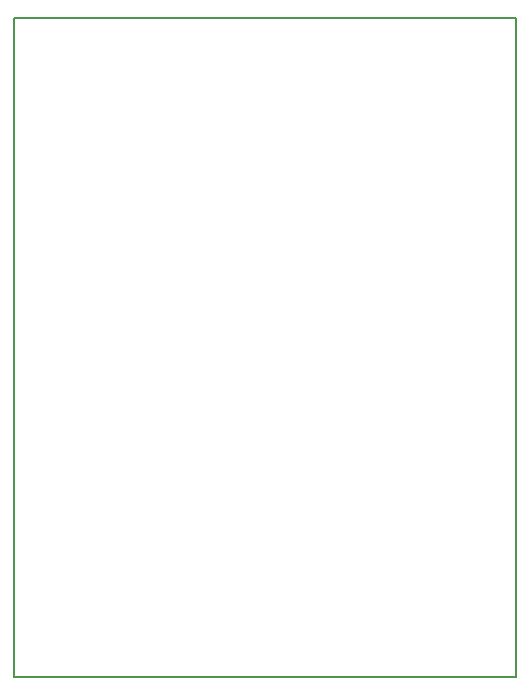
<source format=gbo>
G04 MADE WITH FRITZING*
G04 WWW.FRITZING.ORG*
G04 DOUBLE SIDED*
G04 HOLES PLATED*
G04 CONTOUR ON CENTER OF CONTOUR VECTOR*
%ASAXBY*%
%FSLAX23Y23*%
%MOIN*%
%OFA0B0*%
%SFA1.0B1.0*%
%ADD10R,1.682920X2.207190X1.666920X2.191190*%
%ADD11C,0.008000*%
%LNSILK0*%
G90*
G70*
G54D11*
X4Y2203D02*
X1679Y2203D01*
X1679Y4D01*
X4Y4D01*
X4Y2203D01*
D02*
G04 End of Silk0*
M02*
</source>
